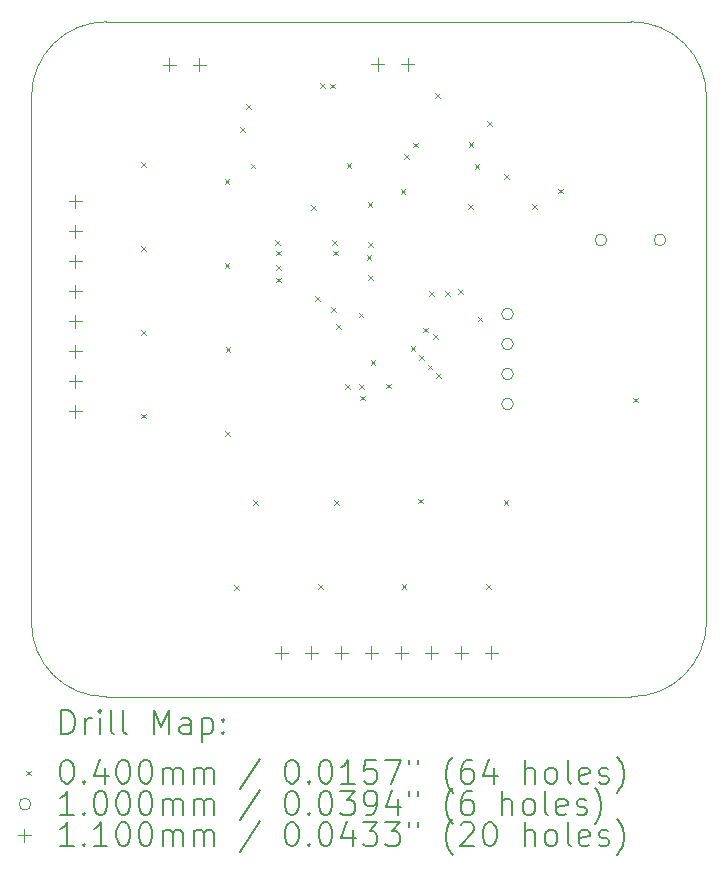
<source format=gbr>
%TF.GenerationSoftware,KiCad,Pcbnew,(6.0.7)*%
%TF.CreationDate,2023-06-27T12:32:27-07:00*%
%TF.ProjectId,OBC-Attempt-5_Matcha_2_Layer_3,4f42432d-4174-4746-956d-70742d355f4d,rev?*%
%TF.SameCoordinates,Original*%
%TF.FileFunction,Drillmap*%
%TF.FilePolarity,Positive*%
%FSLAX45Y45*%
G04 Gerber Fmt 4.5, Leading zero omitted, Abs format (unit mm)*
G04 Created by KiCad (PCBNEW (6.0.7)) date 2023-06-27 12:32:27*
%MOMM*%
%LPD*%
G01*
G04 APERTURE LIST*
%ADD10C,0.100000*%
%ADD11C,0.200000*%
%ADD12C,0.040000*%
%ADD13C,0.110000*%
G04 APERTURE END LIST*
D10*
X8255000Y-3175000D02*
X8255000Y-7620000D01*
X8255000Y-3175000D02*
G75*
G03*
X7620000Y-2540000I-635000J0D01*
G01*
X7620000Y-8255000D02*
G75*
G03*
X8255000Y-7620000I0J635000D01*
G01*
X7620000Y-8255000D02*
X3175000Y-8255000D01*
X3175000Y-2540000D02*
G75*
G03*
X2540000Y-3175000I0J-635000D01*
G01*
X2540000Y-7620000D02*
G75*
G03*
X3175000Y-8255000I627335J-7665D01*
G01*
X3175000Y-2540000D02*
X7620000Y-2540000D01*
X2540000Y-7620000D02*
X2540000Y-3175000D01*
D11*
D12*
X3467000Y-3731000D02*
X3507000Y-3771000D01*
X3507000Y-3731000D02*
X3467000Y-3771000D01*
X3467000Y-4442000D02*
X3507000Y-4482000D01*
X3507000Y-4442000D02*
X3467000Y-4482000D01*
X3470000Y-5152000D02*
X3510000Y-5192000D01*
X3510000Y-5152000D02*
X3470000Y-5192000D01*
X3470000Y-5859000D02*
X3510000Y-5899000D01*
X3510000Y-5859000D02*
X3470000Y-5899000D01*
X4175000Y-3876000D02*
X4215000Y-3916000D01*
X4215000Y-3876000D02*
X4175000Y-3916000D01*
X4176000Y-4583000D02*
X4216000Y-4623000D01*
X4216000Y-4583000D02*
X4176000Y-4623000D01*
X4178000Y-6007000D02*
X4218000Y-6047000D01*
X4218000Y-6007000D02*
X4178000Y-6047000D01*
X4183000Y-5296000D02*
X4223000Y-5336000D01*
X4223000Y-5296000D02*
X4183000Y-5336000D01*
X4255000Y-7308000D02*
X4295000Y-7348000D01*
X4295000Y-7308000D02*
X4255000Y-7348000D01*
X4307000Y-3432000D02*
X4347000Y-3472000D01*
X4347000Y-3432000D02*
X4307000Y-3472000D01*
X4358000Y-3235000D02*
X4398000Y-3275000D01*
X4398000Y-3235000D02*
X4358000Y-3275000D01*
X4396000Y-3741000D02*
X4436000Y-3781000D01*
X4436000Y-3741000D02*
X4396000Y-3781000D01*
X4417000Y-6591000D02*
X4457000Y-6631000D01*
X4457000Y-6591000D02*
X4417000Y-6631000D01*
X4603000Y-4387000D02*
X4643000Y-4427000D01*
X4643000Y-4387000D02*
X4603000Y-4427000D01*
X4612021Y-4479210D02*
X4652021Y-4519210D01*
X4652021Y-4479210D02*
X4612021Y-4519210D01*
X4613000Y-4601000D02*
X4653000Y-4641000D01*
X4653000Y-4601000D02*
X4613000Y-4641000D01*
X4614000Y-4706000D02*
X4654000Y-4746000D01*
X4654000Y-4706000D02*
X4614000Y-4746000D01*
X4905000Y-4096000D02*
X4945000Y-4136000D01*
X4945000Y-4096000D02*
X4905000Y-4136000D01*
X4942000Y-4865000D02*
X4982000Y-4905000D01*
X4982000Y-4865000D02*
X4942000Y-4905000D01*
X4964000Y-7304000D02*
X5004000Y-7344000D01*
X5004000Y-7304000D02*
X4964000Y-7344000D01*
X4983000Y-3063000D02*
X5023000Y-3103000D01*
X5023000Y-3063000D02*
X4983000Y-3103000D01*
X5069000Y-3065000D02*
X5109000Y-3105000D01*
X5109000Y-3065000D02*
X5069000Y-3105000D01*
X5075000Y-4959000D02*
X5115000Y-4999000D01*
X5115000Y-4959000D02*
X5075000Y-4999000D01*
X5087000Y-4387000D02*
X5127000Y-4427000D01*
X5127000Y-4387000D02*
X5087000Y-4427000D01*
X5096106Y-4479202D02*
X5136106Y-4519202D01*
X5136106Y-4479202D02*
X5096106Y-4519202D01*
X5103000Y-6592000D02*
X5143000Y-6632000D01*
X5143000Y-6592000D02*
X5103000Y-6632000D01*
X5118000Y-5100000D02*
X5158000Y-5140000D01*
X5158000Y-5100000D02*
X5118000Y-5140000D01*
X5194000Y-5606000D02*
X5234000Y-5646000D01*
X5234000Y-5606000D02*
X5194000Y-5646000D01*
X5208000Y-3736000D02*
X5248000Y-3776000D01*
X5248000Y-3736000D02*
X5208000Y-3776000D01*
X5309000Y-5004000D02*
X5349000Y-5044000D01*
X5349000Y-5004000D02*
X5309000Y-5044000D01*
X5315000Y-5606000D02*
X5355000Y-5646000D01*
X5355000Y-5606000D02*
X5315000Y-5646000D01*
X5322000Y-5706000D02*
X5362000Y-5746000D01*
X5362000Y-5706000D02*
X5322000Y-5746000D01*
X5378000Y-4519000D02*
X5418000Y-4559000D01*
X5418000Y-4519000D02*
X5378000Y-4559000D01*
X5387000Y-4068000D02*
X5427000Y-4108000D01*
X5427000Y-4068000D02*
X5387000Y-4108000D01*
X5389000Y-4409000D02*
X5429000Y-4449000D01*
X5429000Y-4409000D02*
X5389000Y-4449000D01*
X5392000Y-4684000D02*
X5432000Y-4724000D01*
X5432000Y-4684000D02*
X5392000Y-4724000D01*
X5411000Y-5403000D02*
X5451000Y-5443000D01*
X5451000Y-5403000D02*
X5411000Y-5443000D01*
X5545000Y-5604000D02*
X5585000Y-5644000D01*
X5585000Y-5604000D02*
X5545000Y-5644000D01*
X5666000Y-3957000D02*
X5706000Y-3997000D01*
X5706000Y-3957000D02*
X5666000Y-3997000D01*
X5675000Y-7305000D02*
X5715000Y-7345000D01*
X5715000Y-7305000D02*
X5675000Y-7345000D01*
X5695000Y-3664000D02*
X5735000Y-3704000D01*
X5735000Y-3664000D02*
X5695000Y-3704000D01*
X5750000Y-5289000D02*
X5790000Y-5329000D01*
X5790000Y-5289000D02*
X5750000Y-5329000D01*
X5772000Y-3564000D02*
X5812000Y-3604000D01*
X5812000Y-3564000D02*
X5772000Y-3604000D01*
X5816000Y-6579000D02*
X5856000Y-6619000D01*
X5856000Y-6579000D02*
X5816000Y-6619000D01*
X5821000Y-5364000D02*
X5861000Y-5404000D01*
X5861000Y-5364000D02*
X5821000Y-5404000D01*
X5858970Y-5129680D02*
X5898970Y-5169680D01*
X5898970Y-5129680D02*
X5858970Y-5169680D01*
X5893000Y-5444000D02*
X5933000Y-5484000D01*
X5933000Y-5444000D02*
X5893000Y-5484000D01*
X5905000Y-4824000D02*
X5945000Y-4864000D01*
X5945000Y-4824000D02*
X5905000Y-4864000D01*
X5938000Y-5188000D02*
X5978000Y-5228000D01*
X5978000Y-5188000D02*
X5938000Y-5228000D01*
X5959000Y-3142000D02*
X5999000Y-3182000D01*
X5999000Y-3142000D02*
X5959000Y-3182000D01*
X5969000Y-5516000D02*
X6009000Y-5556000D01*
X6009000Y-5516000D02*
X5969000Y-5556000D01*
X6045000Y-4819000D02*
X6085000Y-4859000D01*
X6085000Y-4819000D02*
X6045000Y-4859000D01*
X6155000Y-4805000D02*
X6195000Y-4845000D01*
X6195000Y-4805000D02*
X6155000Y-4845000D01*
X6237000Y-4083000D02*
X6277000Y-4123000D01*
X6277000Y-4083000D02*
X6237000Y-4123000D01*
X6241000Y-3557000D02*
X6281000Y-3597000D01*
X6281000Y-3557000D02*
X6241000Y-3597000D01*
X6293000Y-3749000D02*
X6333000Y-3789000D01*
X6333000Y-3749000D02*
X6293000Y-3789000D01*
X6317000Y-5037000D02*
X6357000Y-5077000D01*
X6357000Y-5037000D02*
X6317000Y-5077000D01*
X6390000Y-7305000D02*
X6430000Y-7345000D01*
X6430000Y-7305000D02*
X6390000Y-7345000D01*
X6399000Y-3381000D02*
X6439000Y-3421000D01*
X6439000Y-3381000D02*
X6399000Y-3421000D01*
X6538000Y-6588000D02*
X6578000Y-6628000D01*
X6578000Y-6588000D02*
X6538000Y-6628000D01*
X6540000Y-3828000D02*
X6580000Y-3868000D01*
X6580000Y-3828000D02*
X6540000Y-3868000D01*
X6777000Y-4087000D02*
X6817000Y-4127000D01*
X6817000Y-4087000D02*
X6777000Y-4127000D01*
X7002000Y-3954000D02*
X7042000Y-3994000D01*
X7042000Y-3954000D02*
X7002000Y-3994000D01*
X7631000Y-5722000D02*
X7671000Y-5762000D01*
X7671000Y-5722000D02*
X7631000Y-5762000D01*
D10*
X6620000Y-5015000D02*
G75*
G03*
X6620000Y-5015000I-50000J0D01*
G01*
X6620000Y-5269000D02*
G75*
G03*
X6620000Y-5269000I-50000J0D01*
G01*
X6620000Y-5523000D02*
G75*
G03*
X6620000Y-5523000I-50000J0D01*
G01*
X6620000Y-5777000D02*
G75*
G03*
X6620000Y-5777000I-50000J0D01*
G01*
X7411000Y-4388000D02*
G75*
G03*
X7411000Y-4388000I-50000J0D01*
G01*
X7911000Y-4388000D02*
G75*
G03*
X7911000Y-4388000I-50000J0D01*
G01*
D13*
X2912000Y-4006000D02*
X2912000Y-4116000D01*
X2857000Y-4061000D02*
X2967000Y-4061000D01*
X2912000Y-4260000D02*
X2912000Y-4370000D01*
X2857000Y-4315000D02*
X2967000Y-4315000D01*
X2912000Y-4514000D02*
X2912000Y-4624000D01*
X2857000Y-4569000D02*
X2967000Y-4569000D01*
X2912000Y-4768000D02*
X2912000Y-4878000D01*
X2857000Y-4823000D02*
X2967000Y-4823000D01*
X2912000Y-5022000D02*
X2912000Y-5132000D01*
X2857000Y-5077000D02*
X2967000Y-5077000D01*
X2912000Y-5276000D02*
X2912000Y-5386000D01*
X2857000Y-5331000D02*
X2967000Y-5331000D01*
X2912000Y-5530000D02*
X2912000Y-5640000D01*
X2857000Y-5585000D02*
X2967000Y-5585000D01*
X2912000Y-5784000D02*
X2912000Y-5894000D01*
X2857000Y-5839000D02*
X2967000Y-5839000D01*
X3708000Y-2851000D02*
X3708000Y-2961000D01*
X3653000Y-2906000D02*
X3763000Y-2906000D01*
X3962000Y-2851000D02*
X3962000Y-2961000D01*
X3907000Y-2906000D02*
X4017000Y-2906000D01*
X4655040Y-7828660D02*
X4655040Y-7938660D01*
X4600040Y-7883660D02*
X4710040Y-7883660D01*
X4909040Y-7828660D02*
X4909040Y-7938660D01*
X4854040Y-7883660D02*
X4964040Y-7883660D01*
X5163040Y-7828660D02*
X5163040Y-7938660D01*
X5108040Y-7883660D02*
X5218040Y-7883660D01*
X5417040Y-7828660D02*
X5417040Y-7938660D01*
X5362040Y-7883660D02*
X5472040Y-7883660D01*
X5470000Y-2845000D02*
X5470000Y-2955000D01*
X5415000Y-2900000D02*
X5525000Y-2900000D01*
X5671040Y-7828660D02*
X5671040Y-7938660D01*
X5616040Y-7883660D02*
X5726040Y-7883660D01*
X5724000Y-2845000D02*
X5724000Y-2955000D01*
X5669000Y-2900000D02*
X5779000Y-2900000D01*
X5925040Y-7828660D02*
X5925040Y-7938660D01*
X5870040Y-7883660D02*
X5980040Y-7883660D01*
X6179040Y-7828660D02*
X6179040Y-7938660D01*
X6124040Y-7883660D02*
X6234040Y-7883660D01*
X6433040Y-7828660D02*
X6433040Y-7938660D01*
X6378040Y-7883660D02*
X6488040Y-7883660D01*
D11*
X2792572Y-8570523D02*
X2792572Y-8370523D01*
X2840191Y-8370523D01*
X2868763Y-8380047D01*
X2887810Y-8399094D01*
X2897334Y-8418142D01*
X2906858Y-8456237D01*
X2906858Y-8484809D01*
X2897334Y-8522904D01*
X2887810Y-8541952D01*
X2868763Y-8560999D01*
X2840191Y-8570523D01*
X2792572Y-8570523D01*
X2992572Y-8570523D02*
X2992572Y-8437190D01*
X2992572Y-8475285D02*
X3002096Y-8456237D01*
X3011620Y-8446713D01*
X3030667Y-8437190D01*
X3049715Y-8437190D01*
X3116382Y-8570523D02*
X3116382Y-8437190D01*
X3116382Y-8370523D02*
X3106858Y-8380047D01*
X3116382Y-8389571D01*
X3125905Y-8380047D01*
X3116382Y-8370523D01*
X3116382Y-8389571D01*
X3240191Y-8570523D02*
X3221144Y-8560999D01*
X3211620Y-8541952D01*
X3211620Y-8370523D01*
X3344953Y-8570523D02*
X3325905Y-8560999D01*
X3316382Y-8541952D01*
X3316382Y-8370523D01*
X3573525Y-8570523D02*
X3573525Y-8370523D01*
X3640191Y-8513380D01*
X3706858Y-8370523D01*
X3706858Y-8570523D01*
X3887810Y-8570523D02*
X3887810Y-8465761D01*
X3878286Y-8446713D01*
X3859239Y-8437190D01*
X3821144Y-8437190D01*
X3802096Y-8446713D01*
X3887810Y-8560999D02*
X3868763Y-8570523D01*
X3821144Y-8570523D01*
X3802096Y-8560999D01*
X3792572Y-8541952D01*
X3792572Y-8522904D01*
X3802096Y-8503856D01*
X3821144Y-8494333D01*
X3868763Y-8494333D01*
X3887810Y-8484809D01*
X3983048Y-8437190D02*
X3983048Y-8637190D01*
X3983048Y-8446713D02*
X4002096Y-8437190D01*
X4040191Y-8437190D01*
X4059239Y-8446713D01*
X4068763Y-8456237D01*
X4078286Y-8475285D01*
X4078286Y-8532428D01*
X4068763Y-8551475D01*
X4059239Y-8560999D01*
X4040191Y-8570523D01*
X4002096Y-8570523D01*
X3983048Y-8560999D01*
X4164001Y-8551475D02*
X4173525Y-8560999D01*
X4164001Y-8570523D01*
X4154477Y-8560999D01*
X4164001Y-8551475D01*
X4164001Y-8570523D01*
X4164001Y-8446713D02*
X4173525Y-8456237D01*
X4164001Y-8465761D01*
X4154477Y-8456237D01*
X4164001Y-8446713D01*
X4164001Y-8465761D01*
D12*
X2494953Y-8880047D02*
X2534953Y-8920047D01*
X2534953Y-8880047D02*
X2494953Y-8920047D01*
D11*
X2830667Y-8790523D02*
X2849715Y-8790523D01*
X2868763Y-8800047D01*
X2878286Y-8809571D01*
X2887810Y-8828618D01*
X2897334Y-8866713D01*
X2897334Y-8914333D01*
X2887810Y-8952428D01*
X2878286Y-8971475D01*
X2868763Y-8980999D01*
X2849715Y-8990523D01*
X2830667Y-8990523D01*
X2811620Y-8980999D01*
X2802096Y-8971475D01*
X2792572Y-8952428D01*
X2783048Y-8914333D01*
X2783048Y-8866713D01*
X2792572Y-8828618D01*
X2802096Y-8809571D01*
X2811620Y-8800047D01*
X2830667Y-8790523D01*
X2983048Y-8971475D02*
X2992572Y-8980999D01*
X2983048Y-8990523D01*
X2973525Y-8980999D01*
X2983048Y-8971475D01*
X2983048Y-8990523D01*
X3164001Y-8857190D02*
X3164001Y-8990523D01*
X3116382Y-8780999D02*
X3068763Y-8923856D01*
X3192572Y-8923856D01*
X3306858Y-8790523D02*
X3325905Y-8790523D01*
X3344953Y-8800047D01*
X3354477Y-8809571D01*
X3364001Y-8828618D01*
X3373525Y-8866713D01*
X3373525Y-8914333D01*
X3364001Y-8952428D01*
X3354477Y-8971475D01*
X3344953Y-8980999D01*
X3325905Y-8990523D01*
X3306858Y-8990523D01*
X3287810Y-8980999D01*
X3278286Y-8971475D01*
X3268763Y-8952428D01*
X3259239Y-8914333D01*
X3259239Y-8866713D01*
X3268763Y-8828618D01*
X3278286Y-8809571D01*
X3287810Y-8800047D01*
X3306858Y-8790523D01*
X3497334Y-8790523D02*
X3516382Y-8790523D01*
X3535429Y-8800047D01*
X3544953Y-8809571D01*
X3554477Y-8828618D01*
X3564001Y-8866713D01*
X3564001Y-8914333D01*
X3554477Y-8952428D01*
X3544953Y-8971475D01*
X3535429Y-8980999D01*
X3516382Y-8990523D01*
X3497334Y-8990523D01*
X3478286Y-8980999D01*
X3468763Y-8971475D01*
X3459239Y-8952428D01*
X3449715Y-8914333D01*
X3449715Y-8866713D01*
X3459239Y-8828618D01*
X3468763Y-8809571D01*
X3478286Y-8800047D01*
X3497334Y-8790523D01*
X3649715Y-8990523D02*
X3649715Y-8857190D01*
X3649715Y-8876237D02*
X3659239Y-8866713D01*
X3678286Y-8857190D01*
X3706858Y-8857190D01*
X3725905Y-8866713D01*
X3735429Y-8885761D01*
X3735429Y-8990523D01*
X3735429Y-8885761D02*
X3744953Y-8866713D01*
X3764001Y-8857190D01*
X3792572Y-8857190D01*
X3811620Y-8866713D01*
X3821144Y-8885761D01*
X3821144Y-8990523D01*
X3916382Y-8990523D02*
X3916382Y-8857190D01*
X3916382Y-8876237D02*
X3925905Y-8866713D01*
X3944953Y-8857190D01*
X3973525Y-8857190D01*
X3992572Y-8866713D01*
X4002096Y-8885761D01*
X4002096Y-8990523D01*
X4002096Y-8885761D02*
X4011620Y-8866713D01*
X4030667Y-8857190D01*
X4059239Y-8857190D01*
X4078286Y-8866713D01*
X4087810Y-8885761D01*
X4087810Y-8990523D01*
X4478287Y-8780999D02*
X4306858Y-9038142D01*
X4735429Y-8790523D02*
X4754477Y-8790523D01*
X4773525Y-8800047D01*
X4783048Y-8809571D01*
X4792572Y-8828618D01*
X4802096Y-8866713D01*
X4802096Y-8914333D01*
X4792572Y-8952428D01*
X4783048Y-8971475D01*
X4773525Y-8980999D01*
X4754477Y-8990523D01*
X4735429Y-8990523D01*
X4716382Y-8980999D01*
X4706858Y-8971475D01*
X4697334Y-8952428D01*
X4687810Y-8914333D01*
X4687810Y-8866713D01*
X4697334Y-8828618D01*
X4706858Y-8809571D01*
X4716382Y-8800047D01*
X4735429Y-8790523D01*
X4887810Y-8971475D02*
X4897334Y-8980999D01*
X4887810Y-8990523D01*
X4878287Y-8980999D01*
X4887810Y-8971475D01*
X4887810Y-8990523D01*
X5021144Y-8790523D02*
X5040191Y-8790523D01*
X5059239Y-8800047D01*
X5068763Y-8809571D01*
X5078287Y-8828618D01*
X5087810Y-8866713D01*
X5087810Y-8914333D01*
X5078287Y-8952428D01*
X5068763Y-8971475D01*
X5059239Y-8980999D01*
X5040191Y-8990523D01*
X5021144Y-8990523D01*
X5002096Y-8980999D01*
X4992572Y-8971475D01*
X4983048Y-8952428D01*
X4973525Y-8914333D01*
X4973525Y-8866713D01*
X4983048Y-8828618D01*
X4992572Y-8809571D01*
X5002096Y-8800047D01*
X5021144Y-8790523D01*
X5278287Y-8990523D02*
X5164001Y-8990523D01*
X5221144Y-8990523D02*
X5221144Y-8790523D01*
X5202096Y-8819094D01*
X5183048Y-8838142D01*
X5164001Y-8847666D01*
X5459239Y-8790523D02*
X5364001Y-8790523D01*
X5354477Y-8885761D01*
X5364001Y-8876237D01*
X5383048Y-8866713D01*
X5430667Y-8866713D01*
X5449715Y-8876237D01*
X5459239Y-8885761D01*
X5468763Y-8904809D01*
X5468763Y-8952428D01*
X5459239Y-8971475D01*
X5449715Y-8980999D01*
X5430667Y-8990523D01*
X5383048Y-8990523D01*
X5364001Y-8980999D01*
X5354477Y-8971475D01*
X5535429Y-8790523D02*
X5668763Y-8790523D01*
X5583048Y-8990523D01*
X5735429Y-8790523D02*
X5735429Y-8828618D01*
X5811620Y-8790523D02*
X5811620Y-8828618D01*
X6106858Y-9066713D02*
X6097334Y-9057190D01*
X6078286Y-9028618D01*
X6068763Y-9009571D01*
X6059239Y-8980999D01*
X6049715Y-8933380D01*
X6049715Y-8895285D01*
X6059239Y-8847666D01*
X6068763Y-8819094D01*
X6078286Y-8800047D01*
X6097334Y-8771475D01*
X6106858Y-8761952D01*
X6268763Y-8790523D02*
X6230667Y-8790523D01*
X6211620Y-8800047D01*
X6202096Y-8809571D01*
X6183048Y-8838142D01*
X6173525Y-8876237D01*
X6173525Y-8952428D01*
X6183048Y-8971475D01*
X6192572Y-8980999D01*
X6211620Y-8990523D01*
X6249715Y-8990523D01*
X6268763Y-8980999D01*
X6278286Y-8971475D01*
X6287810Y-8952428D01*
X6287810Y-8904809D01*
X6278286Y-8885761D01*
X6268763Y-8876237D01*
X6249715Y-8866713D01*
X6211620Y-8866713D01*
X6192572Y-8876237D01*
X6183048Y-8885761D01*
X6173525Y-8904809D01*
X6459239Y-8857190D02*
X6459239Y-8990523D01*
X6411620Y-8780999D02*
X6364001Y-8923856D01*
X6487810Y-8923856D01*
X6716382Y-8990523D02*
X6716382Y-8790523D01*
X6802096Y-8990523D02*
X6802096Y-8885761D01*
X6792572Y-8866713D01*
X6773525Y-8857190D01*
X6744953Y-8857190D01*
X6725905Y-8866713D01*
X6716382Y-8876237D01*
X6925905Y-8990523D02*
X6906858Y-8980999D01*
X6897334Y-8971475D01*
X6887810Y-8952428D01*
X6887810Y-8895285D01*
X6897334Y-8876237D01*
X6906858Y-8866713D01*
X6925905Y-8857190D01*
X6954477Y-8857190D01*
X6973525Y-8866713D01*
X6983048Y-8876237D01*
X6992572Y-8895285D01*
X6992572Y-8952428D01*
X6983048Y-8971475D01*
X6973525Y-8980999D01*
X6954477Y-8990523D01*
X6925905Y-8990523D01*
X7106858Y-8990523D02*
X7087810Y-8980999D01*
X7078286Y-8961952D01*
X7078286Y-8790523D01*
X7259239Y-8980999D02*
X7240191Y-8990523D01*
X7202096Y-8990523D01*
X7183048Y-8980999D01*
X7173525Y-8961952D01*
X7173525Y-8885761D01*
X7183048Y-8866713D01*
X7202096Y-8857190D01*
X7240191Y-8857190D01*
X7259239Y-8866713D01*
X7268763Y-8885761D01*
X7268763Y-8904809D01*
X7173525Y-8923856D01*
X7344953Y-8980999D02*
X7364001Y-8990523D01*
X7402096Y-8990523D01*
X7421144Y-8980999D01*
X7430667Y-8961952D01*
X7430667Y-8952428D01*
X7421144Y-8933380D01*
X7402096Y-8923856D01*
X7373525Y-8923856D01*
X7354477Y-8914333D01*
X7344953Y-8895285D01*
X7344953Y-8885761D01*
X7354477Y-8866713D01*
X7373525Y-8857190D01*
X7402096Y-8857190D01*
X7421144Y-8866713D01*
X7497334Y-9066713D02*
X7506858Y-9057190D01*
X7525905Y-9028618D01*
X7535429Y-9009571D01*
X7544953Y-8980999D01*
X7554477Y-8933380D01*
X7554477Y-8895285D01*
X7544953Y-8847666D01*
X7535429Y-8819094D01*
X7525905Y-8800047D01*
X7506858Y-8771475D01*
X7497334Y-8761952D01*
D10*
X2534953Y-9164047D02*
G75*
G03*
X2534953Y-9164047I-50000J0D01*
G01*
D11*
X2897334Y-9254523D02*
X2783048Y-9254523D01*
X2840191Y-9254523D02*
X2840191Y-9054523D01*
X2821144Y-9083094D01*
X2802096Y-9102142D01*
X2783048Y-9111666D01*
X2983048Y-9235475D02*
X2992572Y-9244999D01*
X2983048Y-9254523D01*
X2973525Y-9244999D01*
X2983048Y-9235475D01*
X2983048Y-9254523D01*
X3116382Y-9054523D02*
X3135429Y-9054523D01*
X3154477Y-9064047D01*
X3164001Y-9073571D01*
X3173525Y-9092618D01*
X3183048Y-9130713D01*
X3183048Y-9178333D01*
X3173525Y-9216428D01*
X3164001Y-9235475D01*
X3154477Y-9244999D01*
X3135429Y-9254523D01*
X3116382Y-9254523D01*
X3097334Y-9244999D01*
X3087810Y-9235475D01*
X3078286Y-9216428D01*
X3068763Y-9178333D01*
X3068763Y-9130713D01*
X3078286Y-9092618D01*
X3087810Y-9073571D01*
X3097334Y-9064047D01*
X3116382Y-9054523D01*
X3306858Y-9054523D02*
X3325905Y-9054523D01*
X3344953Y-9064047D01*
X3354477Y-9073571D01*
X3364001Y-9092618D01*
X3373525Y-9130713D01*
X3373525Y-9178333D01*
X3364001Y-9216428D01*
X3354477Y-9235475D01*
X3344953Y-9244999D01*
X3325905Y-9254523D01*
X3306858Y-9254523D01*
X3287810Y-9244999D01*
X3278286Y-9235475D01*
X3268763Y-9216428D01*
X3259239Y-9178333D01*
X3259239Y-9130713D01*
X3268763Y-9092618D01*
X3278286Y-9073571D01*
X3287810Y-9064047D01*
X3306858Y-9054523D01*
X3497334Y-9054523D02*
X3516382Y-9054523D01*
X3535429Y-9064047D01*
X3544953Y-9073571D01*
X3554477Y-9092618D01*
X3564001Y-9130713D01*
X3564001Y-9178333D01*
X3554477Y-9216428D01*
X3544953Y-9235475D01*
X3535429Y-9244999D01*
X3516382Y-9254523D01*
X3497334Y-9254523D01*
X3478286Y-9244999D01*
X3468763Y-9235475D01*
X3459239Y-9216428D01*
X3449715Y-9178333D01*
X3449715Y-9130713D01*
X3459239Y-9092618D01*
X3468763Y-9073571D01*
X3478286Y-9064047D01*
X3497334Y-9054523D01*
X3649715Y-9254523D02*
X3649715Y-9121190D01*
X3649715Y-9140237D02*
X3659239Y-9130713D01*
X3678286Y-9121190D01*
X3706858Y-9121190D01*
X3725905Y-9130713D01*
X3735429Y-9149761D01*
X3735429Y-9254523D01*
X3735429Y-9149761D02*
X3744953Y-9130713D01*
X3764001Y-9121190D01*
X3792572Y-9121190D01*
X3811620Y-9130713D01*
X3821144Y-9149761D01*
X3821144Y-9254523D01*
X3916382Y-9254523D02*
X3916382Y-9121190D01*
X3916382Y-9140237D02*
X3925905Y-9130713D01*
X3944953Y-9121190D01*
X3973525Y-9121190D01*
X3992572Y-9130713D01*
X4002096Y-9149761D01*
X4002096Y-9254523D01*
X4002096Y-9149761D02*
X4011620Y-9130713D01*
X4030667Y-9121190D01*
X4059239Y-9121190D01*
X4078286Y-9130713D01*
X4087810Y-9149761D01*
X4087810Y-9254523D01*
X4478287Y-9044999D02*
X4306858Y-9302142D01*
X4735429Y-9054523D02*
X4754477Y-9054523D01*
X4773525Y-9064047D01*
X4783048Y-9073571D01*
X4792572Y-9092618D01*
X4802096Y-9130713D01*
X4802096Y-9178333D01*
X4792572Y-9216428D01*
X4783048Y-9235475D01*
X4773525Y-9244999D01*
X4754477Y-9254523D01*
X4735429Y-9254523D01*
X4716382Y-9244999D01*
X4706858Y-9235475D01*
X4697334Y-9216428D01*
X4687810Y-9178333D01*
X4687810Y-9130713D01*
X4697334Y-9092618D01*
X4706858Y-9073571D01*
X4716382Y-9064047D01*
X4735429Y-9054523D01*
X4887810Y-9235475D02*
X4897334Y-9244999D01*
X4887810Y-9254523D01*
X4878287Y-9244999D01*
X4887810Y-9235475D01*
X4887810Y-9254523D01*
X5021144Y-9054523D02*
X5040191Y-9054523D01*
X5059239Y-9064047D01*
X5068763Y-9073571D01*
X5078287Y-9092618D01*
X5087810Y-9130713D01*
X5087810Y-9178333D01*
X5078287Y-9216428D01*
X5068763Y-9235475D01*
X5059239Y-9244999D01*
X5040191Y-9254523D01*
X5021144Y-9254523D01*
X5002096Y-9244999D01*
X4992572Y-9235475D01*
X4983048Y-9216428D01*
X4973525Y-9178333D01*
X4973525Y-9130713D01*
X4983048Y-9092618D01*
X4992572Y-9073571D01*
X5002096Y-9064047D01*
X5021144Y-9054523D01*
X5154477Y-9054523D02*
X5278287Y-9054523D01*
X5211620Y-9130713D01*
X5240191Y-9130713D01*
X5259239Y-9140237D01*
X5268763Y-9149761D01*
X5278287Y-9168809D01*
X5278287Y-9216428D01*
X5268763Y-9235475D01*
X5259239Y-9244999D01*
X5240191Y-9254523D01*
X5183048Y-9254523D01*
X5164001Y-9244999D01*
X5154477Y-9235475D01*
X5373525Y-9254523D02*
X5411620Y-9254523D01*
X5430667Y-9244999D01*
X5440191Y-9235475D01*
X5459239Y-9206904D01*
X5468763Y-9168809D01*
X5468763Y-9092618D01*
X5459239Y-9073571D01*
X5449715Y-9064047D01*
X5430667Y-9054523D01*
X5392572Y-9054523D01*
X5373525Y-9064047D01*
X5364001Y-9073571D01*
X5354477Y-9092618D01*
X5354477Y-9140237D01*
X5364001Y-9159285D01*
X5373525Y-9168809D01*
X5392572Y-9178333D01*
X5430667Y-9178333D01*
X5449715Y-9168809D01*
X5459239Y-9159285D01*
X5468763Y-9140237D01*
X5640191Y-9121190D02*
X5640191Y-9254523D01*
X5592572Y-9044999D02*
X5544953Y-9187856D01*
X5668763Y-9187856D01*
X5735429Y-9054523D02*
X5735429Y-9092618D01*
X5811620Y-9054523D02*
X5811620Y-9092618D01*
X6106858Y-9330713D02*
X6097334Y-9321190D01*
X6078286Y-9292618D01*
X6068763Y-9273571D01*
X6059239Y-9244999D01*
X6049715Y-9197380D01*
X6049715Y-9159285D01*
X6059239Y-9111666D01*
X6068763Y-9083094D01*
X6078286Y-9064047D01*
X6097334Y-9035475D01*
X6106858Y-9025952D01*
X6268763Y-9054523D02*
X6230667Y-9054523D01*
X6211620Y-9064047D01*
X6202096Y-9073571D01*
X6183048Y-9102142D01*
X6173525Y-9140237D01*
X6173525Y-9216428D01*
X6183048Y-9235475D01*
X6192572Y-9244999D01*
X6211620Y-9254523D01*
X6249715Y-9254523D01*
X6268763Y-9244999D01*
X6278286Y-9235475D01*
X6287810Y-9216428D01*
X6287810Y-9168809D01*
X6278286Y-9149761D01*
X6268763Y-9140237D01*
X6249715Y-9130713D01*
X6211620Y-9130713D01*
X6192572Y-9140237D01*
X6183048Y-9149761D01*
X6173525Y-9168809D01*
X6525905Y-9254523D02*
X6525905Y-9054523D01*
X6611620Y-9254523D02*
X6611620Y-9149761D01*
X6602096Y-9130713D01*
X6583048Y-9121190D01*
X6554477Y-9121190D01*
X6535429Y-9130713D01*
X6525905Y-9140237D01*
X6735429Y-9254523D02*
X6716382Y-9244999D01*
X6706858Y-9235475D01*
X6697334Y-9216428D01*
X6697334Y-9159285D01*
X6706858Y-9140237D01*
X6716382Y-9130713D01*
X6735429Y-9121190D01*
X6764001Y-9121190D01*
X6783048Y-9130713D01*
X6792572Y-9140237D01*
X6802096Y-9159285D01*
X6802096Y-9216428D01*
X6792572Y-9235475D01*
X6783048Y-9244999D01*
X6764001Y-9254523D01*
X6735429Y-9254523D01*
X6916382Y-9254523D02*
X6897334Y-9244999D01*
X6887810Y-9225952D01*
X6887810Y-9054523D01*
X7068763Y-9244999D02*
X7049715Y-9254523D01*
X7011620Y-9254523D01*
X6992572Y-9244999D01*
X6983048Y-9225952D01*
X6983048Y-9149761D01*
X6992572Y-9130713D01*
X7011620Y-9121190D01*
X7049715Y-9121190D01*
X7068763Y-9130713D01*
X7078286Y-9149761D01*
X7078286Y-9168809D01*
X6983048Y-9187856D01*
X7154477Y-9244999D02*
X7173525Y-9254523D01*
X7211620Y-9254523D01*
X7230667Y-9244999D01*
X7240191Y-9225952D01*
X7240191Y-9216428D01*
X7230667Y-9197380D01*
X7211620Y-9187856D01*
X7183048Y-9187856D01*
X7164001Y-9178333D01*
X7154477Y-9159285D01*
X7154477Y-9149761D01*
X7164001Y-9130713D01*
X7183048Y-9121190D01*
X7211620Y-9121190D01*
X7230667Y-9130713D01*
X7306858Y-9330713D02*
X7316382Y-9321190D01*
X7335429Y-9292618D01*
X7344953Y-9273571D01*
X7354477Y-9244999D01*
X7364001Y-9197380D01*
X7364001Y-9159285D01*
X7354477Y-9111666D01*
X7344953Y-9083094D01*
X7335429Y-9064047D01*
X7316382Y-9035475D01*
X7306858Y-9025952D01*
D13*
X2479953Y-9373047D02*
X2479953Y-9483047D01*
X2424953Y-9428047D02*
X2534953Y-9428047D01*
D11*
X2897334Y-9518523D02*
X2783048Y-9518523D01*
X2840191Y-9518523D02*
X2840191Y-9318523D01*
X2821144Y-9347094D01*
X2802096Y-9366142D01*
X2783048Y-9375666D01*
X2983048Y-9499475D02*
X2992572Y-9508999D01*
X2983048Y-9518523D01*
X2973525Y-9508999D01*
X2983048Y-9499475D01*
X2983048Y-9518523D01*
X3183048Y-9518523D02*
X3068763Y-9518523D01*
X3125905Y-9518523D02*
X3125905Y-9318523D01*
X3106858Y-9347094D01*
X3087810Y-9366142D01*
X3068763Y-9375666D01*
X3306858Y-9318523D02*
X3325905Y-9318523D01*
X3344953Y-9328047D01*
X3354477Y-9337571D01*
X3364001Y-9356618D01*
X3373525Y-9394713D01*
X3373525Y-9442333D01*
X3364001Y-9480428D01*
X3354477Y-9499475D01*
X3344953Y-9508999D01*
X3325905Y-9518523D01*
X3306858Y-9518523D01*
X3287810Y-9508999D01*
X3278286Y-9499475D01*
X3268763Y-9480428D01*
X3259239Y-9442333D01*
X3259239Y-9394713D01*
X3268763Y-9356618D01*
X3278286Y-9337571D01*
X3287810Y-9328047D01*
X3306858Y-9318523D01*
X3497334Y-9318523D02*
X3516382Y-9318523D01*
X3535429Y-9328047D01*
X3544953Y-9337571D01*
X3554477Y-9356618D01*
X3564001Y-9394713D01*
X3564001Y-9442333D01*
X3554477Y-9480428D01*
X3544953Y-9499475D01*
X3535429Y-9508999D01*
X3516382Y-9518523D01*
X3497334Y-9518523D01*
X3478286Y-9508999D01*
X3468763Y-9499475D01*
X3459239Y-9480428D01*
X3449715Y-9442333D01*
X3449715Y-9394713D01*
X3459239Y-9356618D01*
X3468763Y-9337571D01*
X3478286Y-9328047D01*
X3497334Y-9318523D01*
X3649715Y-9518523D02*
X3649715Y-9385190D01*
X3649715Y-9404237D02*
X3659239Y-9394713D01*
X3678286Y-9385190D01*
X3706858Y-9385190D01*
X3725905Y-9394713D01*
X3735429Y-9413761D01*
X3735429Y-9518523D01*
X3735429Y-9413761D02*
X3744953Y-9394713D01*
X3764001Y-9385190D01*
X3792572Y-9385190D01*
X3811620Y-9394713D01*
X3821144Y-9413761D01*
X3821144Y-9518523D01*
X3916382Y-9518523D02*
X3916382Y-9385190D01*
X3916382Y-9404237D02*
X3925905Y-9394713D01*
X3944953Y-9385190D01*
X3973525Y-9385190D01*
X3992572Y-9394713D01*
X4002096Y-9413761D01*
X4002096Y-9518523D01*
X4002096Y-9413761D02*
X4011620Y-9394713D01*
X4030667Y-9385190D01*
X4059239Y-9385190D01*
X4078286Y-9394713D01*
X4087810Y-9413761D01*
X4087810Y-9518523D01*
X4478287Y-9308999D02*
X4306858Y-9566142D01*
X4735429Y-9318523D02*
X4754477Y-9318523D01*
X4773525Y-9328047D01*
X4783048Y-9337571D01*
X4792572Y-9356618D01*
X4802096Y-9394713D01*
X4802096Y-9442333D01*
X4792572Y-9480428D01*
X4783048Y-9499475D01*
X4773525Y-9508999D01*
X4754477Y-9518523D01*
X4735429Y-9518523D01*
X4716382Y-9508999D01*
X4706858Y-9499475D01*
X4697334Y-9480428D01*
X4687810Y-9442333D01*
X4687810Y-9394713D01*
X4697334Y-9356618D01*
X4706858Y-9337571D01*
X4716382Y-9328047D01*
X4735429Y-9318523D01*
X4887810Y-9499475D02*
X4897334Y-9508999D01*
X4887810Y-9518523D01*
X4878287Y-9508999D01*
X4887810Y-9499475D01*
X4887810Y-9518523D01*
X5021144Y-9318523D02*
X5040191Y-9318523D01*
X5059239Y-9328047D01*
X5068763Y-9337571D01*
X5078287Y-9356618D01*
X5087810Y-9394713D01*
X5087810Y-9442333D01*
X5078287Y-9480428D01*
X5068763Y-9499475D01*
X5059239Y-9508999D01*
X5040191Y-9518523D01*
X5021144Y-9518523D01*
X5002096Y-9508999D01*
X4992572Y-9499475D01*
X4983048Y-9480428D01*
X4973525Y-9442333D01*
X4973525Y-9394713D01*
X4983048Y-9356618D01*
X4992572Y-9337571D01*
X5002096Y-9328047D01*
X5021144Y-9318523D01*
X5259239Y-9385190D02*
X5259239Y-9518523D01*
X5211620Y-9308999D02*
X5164001Y-9451856D01*
X5287810Y-9451856D01*
X5344953Y-9318523D02*
X5468763Y-9318523D01*
X5402096Y-9394713D01*
X5430667Y-9394713D01*
X5449715Y-9404237D01*
X5459239Y-9413761D01*
X5468763Y-9432809D01*
X5468763Y-9480428D01*
X5459239Y-9499475D01*
X5449715Y-9508999D01*
X5430667Y-9518523D01*
X5373525Y-9518523D01*
X5354477Y-9508999D01*
X5344953Y-9499475D01*
X5535429Y-9318523D02*
X5659239Y-9318523D01*
X5592572Y-9394713D01*
X5621144Y-9394713D01*
X5640191Y-9404237D01*
X5649715Y-9413761D01*
X5659239Y-9432809D01*
X5659239Y-9480428D01*
X5649715Y-9499475D01*
X5640191Y-9508999D01*
X5621144Y-9518523D01*
X5564001Y-9518523D01*
X5544953Y-9508999D01*
X5535429Y-9499475D01*
X5735429Y-9318523D02*
X5735429Y-9356618D01*
X5811620Y-9318523D02*
X5811620Y-9356618D01*
X6106858Y-9594713D02*
X6097334Y-9585190D01*
X6078286Y-9556618D01*
X6068763Y-9537571D01*
X6059239Y-9508999D01*
X6049715Y-9461380D01*
X6049715Y-9423285D01*
X6059239Y-9375666D01*
X6068763Y-9347094D01*
X6078286Y-9328047D01*
X6097334Y-9299475D01*
X6106858Y-9289952D01*
X6173525Y-9337571D02*
X6183048Y-9328047D01*
X6202096Y-9318523D01*
X6249715Y-9318523D01*
X6268763Y-9328047D01*
X6278286Y-9337571D01*
X6287810Y-9356618D01*
X6287810Y-9375666D01*
X6278286Y-9404237D01*
X6164001Y-9518523D01*
X6287810Y-9518523D01*
X6411620Y-9318523D02*
X6430667Y-9318523D01*
X6449715Y-9328047D01*
X6459239Y-9337571D01*
X6468763Y-9356618D01*
X6478286Y-9394713D01*
X6478286Y-9442333D01*
X6468763Y-9480428D01*
X6459239Y-9499475D01*
X6449715Y-9508999D01*
X6430667Y-9518523D01*
X6411620Y-9518523D01*
X6392572Y-9508999D01*
X6383048Y-9499475D01*
X6373525Y-9480428D01*
X6364001Y-9442333D01*
X6364001Y-9394713D01*
X6373525Y-9356618D01*
X6383048Y-9337571D01*
X6392572Y-9328047D01*
X6411620Y-9318523D01*
X6716382Y-9518523D02*
X6716382Y-9318523D01*
X6802096Y-9518523D02*
X6802096Y-9413761D01*
X6792572Y-9394713D01*
X6773525Y-9385190D01*
X6744953Y-9385190D01*
X6725905Y-9394713D01*
X6716382Y-9404237D01*
X6925905Y-9518523D02*
X6906858Y-9508999D01*
X6897334Y-9499475D01*
X6887810Y-9480428D01*
X6887810Y-9423285D01*
X6897334Y-9404237D01*
X6906858Y-9394713D01*
X6925905Y-9385190D01*
X6954477Y-9385190D01*
X6973525Y-9394713D01*
X6983048Y-9404237D01*
X6992572Y-9423285D01*
X6992572Y-9480428D01*
X6983048Y-9499475D01*
X6973525Y-9508999D01*
X6954477Y-9518523D01*
X6925905Y-9518523D01*
X7106858Y-9518523D02*
X7087810Y-9508999D01*
X7078286Y-9489952D01*
X7078286Y-9318523D01*
X7259239Y-9508999D02*
X7240191Y-9518523D01*
X7202096Y-9518523D01*
X7183048Y-9508999D01*
X7173525Y-9489952D01*
X7173525Y-9413761D01*
X7183048Y-9394713D01*
X7202096Y-9385190D01*
X7240191Y-9385190D01*
X7259239Y-9394713D01*
X7268763Y-9413761D01*
X7268763Y-9432809D01*
X7173525Y-9451856D01*
X7344953Y-9508999D02*
X7364001Y-9518523D01*
X7402096Y-9518523D01*
X7421144Y-9508999D01*
X7430667Y-9489952D01*
X7430667Y-9480428D01*
X7421144Y-9461380D01*
X7402096Y-9451856D01*
X7373525Y-9451856D01*
X7354477Y-9442333D01*
X7344953Y-9423285D01*
X7344953Y-9413761D01*
X7354477Y-9394713D01*
X7373525Y-9385190D01*
X7402096Y-9385190D01*
X7421144Y-9394713D01*
X7497334Y-9594713D02*
X7506858Y-9585190D01*
X7525905Y-9556618D01*
X7535429Y-9537571D01*
X7544953Y-9508999D01*
X7554477Y-9461380D01*
X7554477Y-9423285D01*
X7544953Y-9375666D01*
X7535429Y-9347094D01*
X7525905Y-9328047D01*
X7506858Y-9299475D01*
X7497334Y-9289952D01*
M02*

</source>
